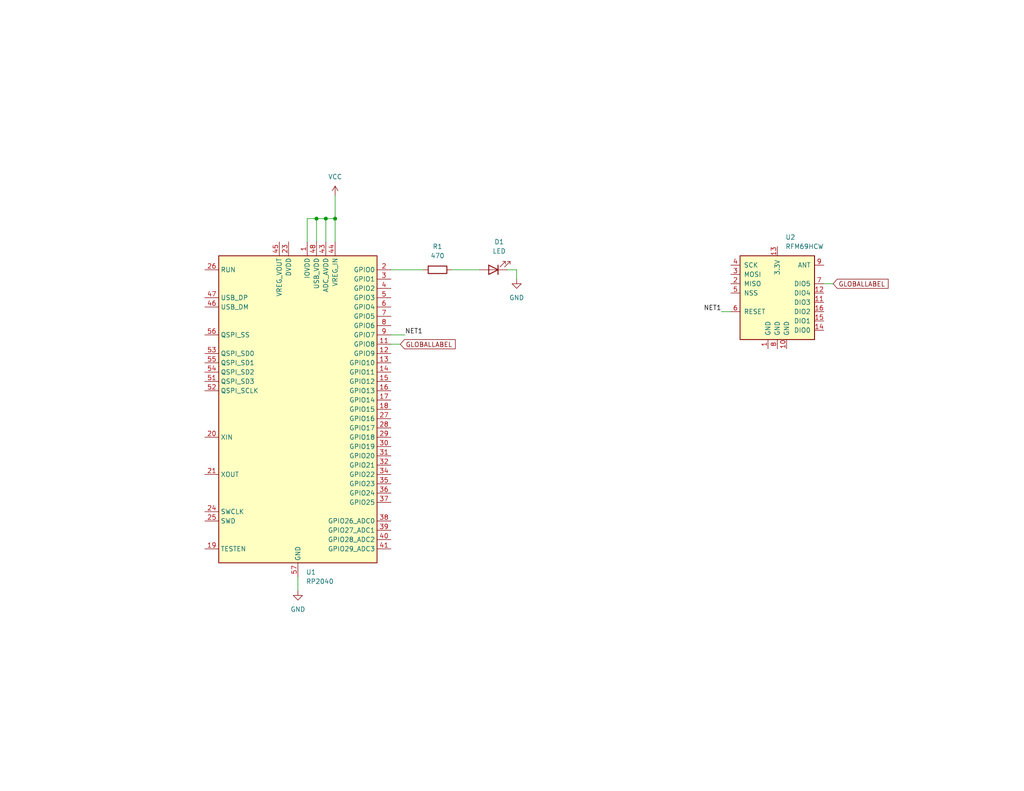
<source format=kicad_sch>
(kicad_sch (version 20230121) (generator eeschema)
  (paper "USLetter")
  (lib_symbols
    (symbol "Device:LED" (pin_numbers hide) (pin_names (offset 1.016) hide)
      (property "Reference" "D" (at 0 2.54 0))
      (property "Value" "LED" (at 0 -2.54 0))
      (symbol "LED_0_1"
        (polyline (pts (xy -1.27 -1.27) (xy -1.27 1.27)) (stroke (width 0.254)))
        (polyline (pts (xy -1.27 0) (xy 1.27 0)))
        (polyline (pts (xy 1.27 -1.27) (xy 1.27 1.27) (xy -1.27 0) (xy 1.27 -1.27)) (stroke (width 0.254)))
        (polyline (pts (xy -3.048 -0.762) (xy -4.572 -2.286) (xy -3.81 -2.286) (xy -4.572 -2.286) (xy -4.572 -1.524)))
        (polyline (pts (xy -1.778 -0.762) (xy -3.302 -2.286) (xy -2.54 -2.286) (xy -3.302 -2.286) (xy -3.302 -1.524)))
      )
      (symbol "LED_1_1"
        (pin passive line (at -3.81 0 0) (length 2.54) (name "K") (number "1"))
        (pin passive line (at 3.81 0 180) (length 2.54) (name "A") (number "2"))
      )
    )
    (symbol "Device:R" (pin_numbers hide) (pin_names (offset 0))
      (property "Reference" "R" (at 2.032 0 90))
      (property "Value" "R" (at 0 0 90))
      (symbol "R_0_1"
        (rectangle (start -1.016 -2.54) (end 1.016 2.54) (stroke (width 0.254)))
      )
      (symbol "R_1_1"
        (pin passive line (at 0 3.81 270) (length 1.27) (name "~") (number "1"))
        (pin passive line (at 0 -3.81 90) (length 1.27) (name "~") (number "2"))
      )
    )
    (symbol "MCU_RaspberryPi:RP2040"
      (property "Reference" "U" (at 17.78 45.72 0))
      (property "Value" "RP2040" (at 17.78 43.18 0))
      (symbol "RP2040_0_1"
        (rectangle (start -21.59 41.91) (end 21.59 -41.91) (stroke (width 0.254)) (fill (type background)))
      )
      (symbol "RP2040_1_1"
        (pin power_in line (at 2.54 45.72 270) (length 3.81) (name "IOVDD") (number "1"))
        (pin passive line (at 2.54 45.72 270) (length 3.81) hide (name "IOVDD") (number "10"))
        (pin bidirectional line (at 25.4 17.78 180) (length 3.81) (name "GPIO8") (number "11"))
        (pin bidirectional line (at 25.4 15.24 180) (length 3.81) (name "GPIO9") (number "12"))
        (pin bidirectional line (at 25.4 12.7 180) (length 3.81) (name "GPIO10") (number "13"))
        (pin bidirectional line (at 25.4 10.16 180) (length 3.81) (name "GPIO11") (number "14"))
        (pin bidirectional line (at 25.4 7.62 180) (length 3.81) (name "GPIO12") (number "15"))
        (pin bidirectional line (at 25.4 5.08 180) (length 3.81) (name "GPIO13") (number "16"))
        (pin bidirectional line (at 25.4 2.54 180) (length 3.81) (name "GPIO14") (number "17"))
        (pin bidirectional line (at 25.4 0 180) (length 3.81) (name "GPIO15") (number "18"))
        (pin input line (at -25.4 -38.1 0) (length 3.81) (name "TESTEN") (number "19"))
        (pin bidirectional line (at 25.4 38.1 180) (length 3.81) (name "GPIO0") (number "2"))
        (pin input line (at -25.4 -7.62 0) (length 3.81) (name "XIN") (number "20"))
        (pin passive line (at -25.4 -17.78 0) (length 3.81) (name "XOUT") (number "21"))
        (pin passive line (at 2.54 45.72 270) (length 3.81) hide (name "IOVDD") (number "22"))
        (pin power_in line (at -2.54 45.72 270) (length 3.81) (name "DVDD") (number "23"))
        (pin input line (at -25.4 -27.94 0) (length 3.81) (name "SWCLK") (number "24"))
        (pin bidirectional line (at -25.4 -30.48 0) (length 3.81) (name "SWD") (number "25"))
        (pin input line (at -25.4 38.1 0) (length 3.81) (name "RUN") (number "26"))
        (pin bidirectional line (at 25.4 -2.54 180) (length 3.81) (name "GPIO16") (number "27"))
        (pin bidirectional line (at 25.4 -5.08 180) (length 3.81) (name "GPIO17") (number "28"))
        (pin bidirectional line (at 25.4 -7.62 180) (length 3.81) (name "GPIO18") (number "29"))
        (pin bidirectional line (at 25.4 35.56 180) (length 3.81) (name "GPIO1") (number "3"))
        (pin bidirectional line (at 25.4 -10.16 180) (length 3.81) (name "GPIO19") (number "30"))
        (pin bidirectional line (at 25.4 -12.7 180) (length 3.81) (name "GPIO20") (number "31"))
        (pin bidirectional line (at 25.4 -15.24 180) (length 3.81) (name "GPIO21") (number "32"))
        (pin passive line (at 2.54 45.72 270) (length 3.81) hide (name "IOVDD") (number "33"))
        (pin bidirectional line (at 25.4 -17.78 180) (length 3.81) (name "GPIO22") (number "34"))
        (pin bidirectional line (at 25.4 -20.32 180) (length 3.81) (name "GPIO23") (number "35"))
        (pin bidirectional line (at 25.4 -22.86 180) (length 3.81) (name "GPIO24") (number "36"))
        (pin bidirectional line (at 25.4 -25.4 180) (length 3.81) (name "GPIO25") (number "37"))
        (pin bidirectional line (at 25.4 -30.48 180) (length 3.81) (name "GPIO26_ADC0") (number "38"))
        (pin bidirectional line (at 25.4 -33.02 180) (length 3.81) (name "GPIO27_ADC1") (number "39"))
        (pin bidirectional line (at 25.4 33.02 180) (length 3.81) (name "GPIO2") (number "4"))
        (pin bidirectional line (at 25.4 -35.56 180) (length 3.81) (name "GPIO28_ADC2") (number "40"))
        (pin bidirectional line (at 25.4 -38.1 180) (length 3.81) (name "GPIO29_ADC3") (number "41"))
        (pin passive line (at 2.54 45.72 270) (length 3.81) hide (name "IOVDD") (number "42"))
        (pin power_in line (at 7.62 45.72 270) (length 3.81) (name "ADC_AVDD") (number "43"))
        (pin power_in line (at 10.16 45.72 270) (length 3.81) (name "VREG_IN") (number "44"))
        (pin power_out line (at -5.08 45.72 270) (length 3.81) (name "VREG_VOUT") (number "45"))
        (pin bidirectional line (at -25.4 27.94 0) (length 3.81) (name "USB_DM") (number "46"))
        (pin bidirectional line (at -25.4 30.48 0) (length 3.81) (name "USB_DP") (number "47"))
        (pin power_in line (at 5.08 45.72 270) (length 3.81) (name "USB_VDD") (number "48"))
        (pin passive line (at 2.54 45.72 270) (length 3.81) hide (name "IOVDD") (number "49"))
        (pin bidirectional line (at 25.4 30.48 180) (length 3.81) (name "GPIO3") (number "5"))
        (pin passive line (at -2.54 45.72 270) (length 3.81) hide (name "DVDD") (number "50"))
        (pin bidirectional line (at -25.4 7.62 0) (length 3.81) (name "QSPI_SD3") (number "51"))
        (pin output line (at -25.4 5.08 0) (length 3.81) (name "QSPI_SCLK") (number "52"))
        (pin bidirectional line (at -25.4 15.24 0) (length 3.81) (name "QSPI_SD0") (number "53"))
        (pin bidirectional line (at -25.4 10.16 0) (length 3.81) (name "QSPI_SD2") (number "54"))
        (pin bidirectional line (at -25.4 12.7 0) (length 3.81) (name "QSPI_SD1") (number "55"))
        (pin bidirectional line (at -25.4 20.32 0) (length 3.81) (name "QSPI_SS") (number "56"))
        (pin power_in line (at 0 -45.72 90) (length 3.81) (name "GND") (number "57"))
        (pin bidirectional line (at 25.4 27.94 180) (length 3.81) (name "GPIO4") (number "6"))
        (pin bidirectional line (at 25.4 25.4 180) (length 3.81) (name "GPIO5") (number "7"))
        (pin bidirectional line (at 25.4 22.86 180) (length 3.81) (name "GPIO6") (number "8"))
        (pin bidirectional line (at 25.4 20.32 180) (length 3.81) (name "GPIO7") (number "9"))
      )
    )
    (symbol "RF_Module:RFM69HCW" (pin_names (offset 1.016))
      (property "Reference" "U" (at -10.414 11.684 0))
      (property "Value" "RFM69HCW" (at 1.524 11.43 0))
      (symbol "RFM69HCW_0_1"
        (rectangle (start -10.16 10.16) (end 10.16 -12.7) (stroke (width 0.254)) (fill (type background)))
      )
      (symbol "RFM69HCW_1_1"
        (pin power_in line (at -2.54 -15.24 90) (length 2.54) (name "GND") (number "1"))
        (pin power_in line (at 2.54 -15.24 90) (length 2.54) (name "GND") (number "10"))
        (pin bidirectional line (at 12.7 -2.54 180) (length 2.54) (name "DIO3") (number "11"))
        (pin bidirectional line (at 12.7 0 180) (length 2.54) (name "DIO4") (number "12"))
        (pin power_in line (at 0 12.7 270) (length 2.54) (name "3.3V") (number "13"))
        (pin bidirectional line (at 12.7 -10.16 180) (length 2.54) (name "DIO0") (number "14"))
        (pin bidirectional line (at 12.7 -7.62 180) (length 2.54) (name "DIO1") (number "15"))
        (pin bidirectional line (at 12.7 -5.08 180) (length 2.54) (name "DIO2") (number "16"))
        (pin output line (at -12.7 2.54 0) (length 2.54) (name "MISO") (number "2"))
        (pin input line (at -12.7 5.08 0) (length 2.54) (name "MOSI") (number "3"))
        (pin input line (at -12.7 7.62 0) (length 2.54) (name "SCK") (number "4"))
        (pin input line (at -12.7 0 0) (length 2.54) (name "NSS") (number "5"))
        (pin bidirectional line (at -12.7 -5.08 0) (length 2.54) (name "RESET") (number "6"))
        (pin bidirectional line (at 12.7 2.54 180) (length 2.54) (name "DIO5") (number "7"))
        (pin power_in line (at 0 -15.24 90) (length 2.54) (name "GND") (number "8"))
        (pin bidirectional line (at 12.7 7.62 180) (length 2.54) (name "ANT") (number "9"))
      )
    )
    (symbol "power:GND" (power) (pin_names (offset 0))
      (property "Value" "GND" (at 0 -3.81 0))
      (symbol "GND_0_1"
        (polyline (pts (xy 0 0) (xy 0 -1.27) (xy 1.27 -1.27) (xy 0 -2.54) (xy -1.27 -1.27) (xy 0 -1.27)))
      )
      (symbol "GND_1_1"
        (pin power_in line (at 0 0 270) (length 0) hide (name "GND") (number "1"))
      )
    )
    (symbol "power:VCC" (power) (pin_names (offset 0))
      (property "Value" "VCC" (at 0 3.81 0))
      (symbol "VCC_0_1"
        (polyline (pts (xy -0.762 1.27) (xy 0 2.54)))
        (polyline (pts (xy 0 0) (xy 0 2.54)))
        (polyline (pts (xy 0 2.54) (xy 0.762 1.27)))
      )
      (symbol "VCC_1_1"
        (pin power_in line (at 0 0 90) (length 0) hide (name "VCC") (number "1"))
      )
    )
  )
  (junction (at 86.36 59.69))
  (junction (at 88.9 59.69))
  (junction (at 91.44 59.69))
  (wire (pts (xy 224.79 77.47) (xy 227.33 77.47)))
  (wire (pts (xy 91.44 59.69) (xy 91.44 66.04)))
  (wire (pts (xy 91.44 53.34) (xy 91.44 59.69)))
  (wire (pts (xy 106.68 73.66) (xy 115.57 73.66)))
  (wire (pts (xy 83.82 59.69) (xy 86.36 59.69)))
  (wire (pts (xy 88.9 59.69) (xy 91.44 59.69)))
  (wire (pts (xy 86.36 59.69) (xy 88.9 59.69)))
  (wire (pts (xy 106.68 93.98) (xy 109.22 93.98)))
  (wire (pts (xy 123.19 73.66) (xy 130.81 73.66)))
  (wire (pts (xy 83.82 66.04) (xy 83.82 59.69)))
  (wire (pts (xy 106.68 91.44) (xy 110.49 91.44)))
  (wire (pts (xy 88.9 66.04) (xy 88.9 59.69)))
  (wire (pts (xy 81.28 157.48) (xy 81.28 161.29)))
  (wire (pts (xy 140.97 73.66) (xy 138.43 73.66)))
  (wire (pts (xy 196.85 85.09) (xy 199.39 85.09)))
  (wire (pts (xy 140.97 76.2) (xy 140.97 73.66)))
  (wire (pts (xy 86.36 66.04) (xy 86.36 59.69)))
  (label "NET1" (at 196.85 85.09 180))
  (label "NET1" (at 110.49 91.44 0))
  (global_label "GLOBALLABEL" (shape input) (at 227.33 77.47 0) (property "Intersheetrefs" "${INTERSHEET_REFS}" (effects hide)))
  (global_label "GLOBALLABEL" (shape input) (at 109.22 93.98 0) (property "Intersheetrefs" "${INTERSHEET_REFS}" (effects hide)))
  (symbol (lib_id "power:VCC") (at 91.44 53.34 0) (unit 1)
    (property "Reference" "#PWR03" (effects hide))
    (property "Value" "VCC" (at 91.44 48.26 0))
  )
  (symbol (lib_id "Device:R") (at 119.38 73.66 90) (unit 1)
    (property "Reference" "R1" (at 119.38 67.31 90))
    (property "Value" "470" (at 119.38 69.85 90))
    (property "Footprint" "Resistor_THT:R_Axial_DIN0207_L6.3mm_D2.5mm_P7.62mm_Horizontal" (effects hide))
  )
  (symbol (lib_id "power:GND") (at 140.97 76.2 0) (unit 1)
    (property "Reference" "#PWR02" (effects hide))
    (property "Value" "GND" (at 140.97 81.28 0))
  )
  (symbol (lib_id "Device:LED") (at 134.62 73.66 180) (unit 1)
    (property "Reference" "D1" (at 136.2075 66.04 0))
    (property "Value" "LED" (at 136.2075 68.58 0))
    (property "Footprint" "LED_THT:LED_D5.0mm" (effects hide))
  )
  (symbol (lib_id "power:GND") (at 81.28 161.29 0) (unit 1)
    (property "Reference" "#PWR01" (effects hide))
    (property "Value" "GND" (at 81.28 166.37 0))
  )
  (symbol (lib_id "RF_Module:RFM69HCW") (at 212.09 80.01 0) (unit 1)
    (property "Reference" "U2" (at 214.2841 64.77 0) (effects (justify left)))
    (property "Value" "RFM69HCW" (at 214.2841 67.31 0) (effects (justify left)))
    (property "Footprint" "RF_Module:HOPERF_RFM9XW_SMD" (effects hide))
    (property "Datasheet" "https://www.hoperf.com/data/upload/portal/20181127/5bfcb8284d838.pdf" (effects hide))
  )
  (symbol (lib_id "MCU_RaspberryPi:RP2040") (at 81.28 111.76 0) (unit 1)
    (property "Reference" "U1" (at 83.4741 156.21 0) (effects (justify left)))
    (property "Value" "RP2040" (at 83.4741 158.75 0) (effects (justify left)))
    (property "Footprint" "Package_DFN_QFN:QFN-56-1EP_7x7mm_P0.4mm_EP3.2x3.2mm" (effects hide))
    (property "Datasheet" "https://datasheets.raspberrypi.com/rp2040/rp2040-datasheet.pdf" (effects hide))
  )
)
</source>
